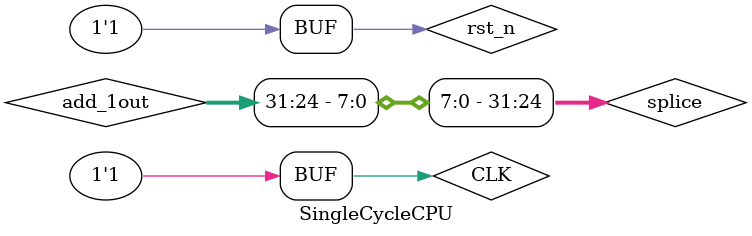
<source format=sv>
`include "src/ALU.sv"
`include "src/ALUCU.sv"
`include "src/BJA.sv"
`include "src/DMem.sv"
`include "src/FLAGS.sv"
`include "src/IMem.sv"
`include "src/MCU.sv"
`include "src/MUX_2.sv"
`include "src/PC.sv"
`include "src/RF.sv"
`include "src/SHL2.sv"
`include "src/SigExt16_32.sv"

module SingleCycleCPU (

);
    wire [33:0] SHL2_1out;
    wire [31:0] Inst, PCout, mux_1out, mux_2out, mux_3out, mux_4out, mux_5out, mux_6out, mux_7out, add_1out, add_2out, ALU_out, splice, SigExtout, R_data1, R_data2, Mem_data;
    wire [23:0] SHL2_0out;
    wire [7:0]  FLAG;
    wire [4:0]  mux_0out;
    wire [3:0]  ALUCtrl, COND;
    wire [3:0]  ALUOp;
    wire [1:0]  RegDst;
    wire RegWr, Jump, Branch, ALUSrc, MemWr, MemRd, MemtoReg, shamt, branchmux, jumpmux;
    wire RegPCWr, RegtoPC, RegPCWr_alu;
    wire sigext_high;

    reg CLK;
    reg rst_n;
    parameter CLK_T = 40;

    initial begin
        CLK = 0;

        #30
        rst_n = 0;
        #30;
        rst_n = 1;

        repeat (100) begin
            #(CLK_T/2) CLK = 0;
            #(CLK_T/2) CLK = 1;
        end        
    end


    assign splice = {add_1out[31:24], SHL2_0out};

    PC pc(
        .CLK(CLK),
        .rst_n(rst_n),
        .pc_in_addr(mux_6out),
        .pc_out_addr(PCout)
    );

    IMem imem(
        .instruction_addr(PCout),
        .instruction(Inst)
    );

    DMem dmem(
        .CLK(CLK),
        .we(MemWr),
        .re(MemRd),
        .data_addr(ALU_out),
        .data_write(R_data2),
        .data_read(Mem_data)
    );

    RegFile rf(
        .clk(CLK),
        .we(RegWr),
        .waddr(mux_0out),
        .wdata(mux_1out),
        .raddr1(Inst[25:21]),
        .raddr2(Inst[20:16]),
        .rdata1(R_data1),
        .rdata2(R_data2)
    );

    ALU add1(
        .A(32'd4),
        .B(PCout),
        .Mod(4'b0001),
        .C(add_1out)
    );

    ALU add2(
        .A(add_1out),
        .B(SHL2_1out[31:0]),
        .Mod(4'b0001),
        .C(add_2out)
    );

    ALU alu(
        .A(mux_2out), //rdata1
        .B(mux_4out),
        .Mod(ALUCtrl),
        .flags(FLAG),
        .C(ALU_out)
    );

    MUX_3 #(.DATA_WIDTH(5)) mux_0(
        .input0(Inst[20:16]),
        .input1(Inst[15:11]),
        .input2(5'b11111),
        .select(RegDst),
        .out_data(mux_0out)
    );

    MUX_2 mux_1(
        .input0(mux_7out),
        .input1(add_1out),
        .select(RegPCWr | RegPCWr_alu),
        .out_data(mux_1out)
    );

    MUX_2 mux_2(
        .input0(R_data1),   //rdata2
        .input1({27'b0, Inst[10:6]}),
        .select(shamt),
        .out_data(mux_2out)
    );

    MUX_2 mux_3(
        .input0(splice),
        .input1(R_data1),
        .select(RegtoPC),
        .out_data(mux_3out)
    );

    MUX_2 mux_4(
        .input0(R_data2), //mux_2out
        .input1(SigExtout),
        .select(ALUSrc),
        .out_data(mux_4out)
    );

    MUX_2 mux_5(
        .input0(add_1out),
        .input1(add_2out),
        .select(branchmux),
        .out_data(mux_5out)
    );

    MUX_2 mux_6(
        .input0(mux_5out),
        .input1(mux_3out),
        .select(jumpmux),
        .out_data(mux_6out)
    );

    MUX_2 mux_7(
        .input0(ALU_out),
        .input1(Mem_data),
        .select(MemtoReg),
        .out_data(mux_7out)
    );

    SigExt16_32 sigext(
        .high_ext(sigext_high),
        .input_data(Inst[15:0]),
        .output_data(SigExtout)
    );

    SHL2 #(.DATA_WIDTH(22)) shl2_0(
        .input_data(Inst[21:0]),
        .output_data(SHL2_0out)
    );

    SHL2 #(.DATA_WIDTH(32)) shl2_1(
        .input_data(SigExtout),
        .output_data(SHL2_1out)
    );

    ALUCU alucu(
        .funct(Inst[5:0]),
        .ALUOp(ALUOp),
        .ALUCTRL(ALUCtrl),
        .shift(shamt),
        .RegtoPC(RegtoPC),
        .RegPCWr(RegPCWr_alu)
    );

    BJA bja(
        .inst(Inst),
        .branch(Branch),
        .jump(Jump | RegtoPC),
        .cond(COND)
    );

    FLAGS flags(
        .CLK(CLK),
        .jump(Jump | RegtoPC),
        .branch(Branch),
        .rst_n(rst_n),
        .flags(FLAG),
        .cond(COND),
        .jumpmux(jumpmux),
        .branchmux(branchmux)
    );

    MCU mcu(
        .op_code(Inst[31:26]),
        .Branch(Branch),
        .Jump(Jump),
        .MemtoReg(MemtoReg),
        .ALUOp(ALUOp),
        .MemWr(MemWr),
        .MemRd(MemRd),
        .ALUSrc(ALUSrc),
        .RegDst(RegDst),
        .RegWr(RegWr),
        .sigext_high(sigext_high),
        .RegPCWr(RegPCWr)
    );

endmodule



</source>
